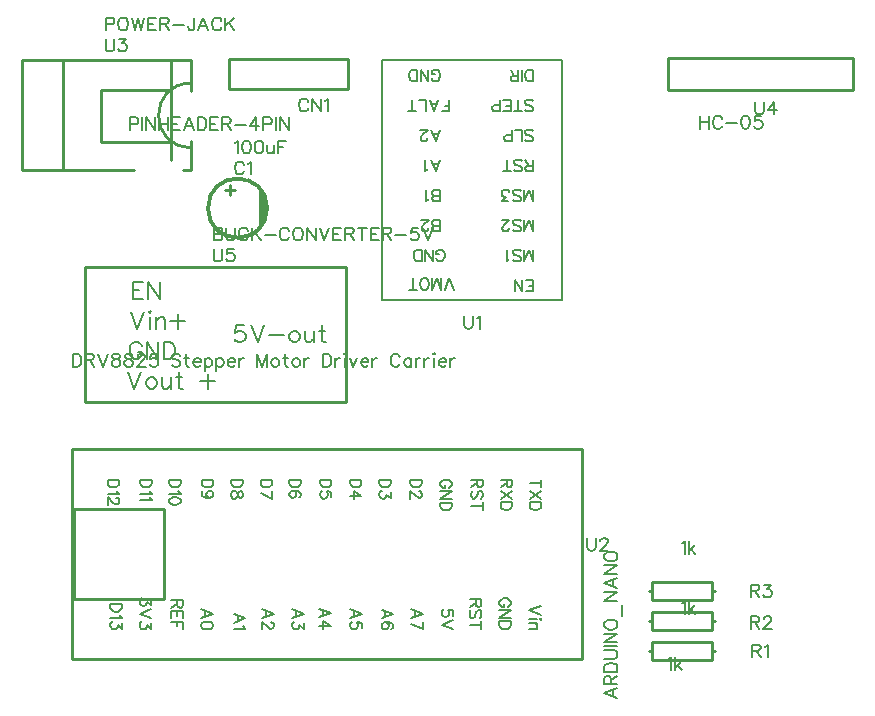
<source format=gto>
G04 Layer: TopSilkscreenLayer*
G04 EasyEDA v6.5.22, 2023-03-16 00:42:12*
G04 6c7d3366ae2840beb83d5b943752a861,1465fc12622e42b796a721e2995872a7,10*
G04 Gerber Generator version 0.2*
G04 Scale: 100 percent, Rotated: No, Reflected: No *
G04 Dimensions in millimeters *
G04 leading zeros omitted , absolute positions ,4 integer and 5 decimal *
%FSLAX45Y45*%
%MOMM*%

%ADD10C,0.1524*%
%ADD11C,0.2032*%
%ADD12C,0.1270*%
%ADD13C,0.2540*%
%ADD14C,0.3000*%
%ADD15C,0.0141*%

%LPD*%
D10*
X234950Y3117339D02*
G01*
X234950Y3008373D01*
X234950Y3117339D02*
G01*
X271271Y3117339D01*
X287020Y3112259D01*
X297179Y3101845D01*
X302513Y3091431D01*
X307594Y3075683D01*
X307594Y3049775D01*
X302513Y3034281D01*
X297179Y3023867D01*
X287020Y3013453D01*
X271271Y3008373D01*
X234950Y3008373D01*
X341884Y3117339D02*
G01*
X341884Y3008373D01*
X341884Y3117339D02*
G01*
X388620Y3117339D01*
X404368Y3112259D01*
X409447Y3106925D01*
X414781Y3096511D01*
X414781Y3086097D01*
X409447Y3075683D01*
X404368Y3070603D01*
X388620Y3065523D01*
X341884Y3065523D01*
X378460Y3065523D02*
G01*
X414781Y3008373D01*
X449071Y3117339D02*
G01*
X490473Y3008373D01*
X532129Y3117339D02*
G01*
X490473Y3008373D01*
X592328Y3117339D02*
G01*
X576834Y3112259D01*
X571500Y3101845D01*
X571500Y3091431D01*
X576834Y3081017D01*
X587247Y3075683D01*
X608076Y3070603D01*
X623570Y3065523D01*
X633984Y3055109D01*
X639063Y3044695D01*
X639063Y3028947D01*
X633984Y3018533D01*
X628650Y3013453D01*
X613155Y3008373D01*
X592328Y3008373D01*
X576834Y3013453D01*
X571500Y3018533D01*
X566420Y3028947D01*
X566420Y3044695D01*
X571500Y3055109D01*
X581913Y3065523D01*
X597662Y3070603D01*
X618489Y3075683D01*
X628650Y3081017D01*
X633984Y3091431D01*
X633984Y3101845D01*
X628650Y3112259D01*
X613155Y3117339D01*
X592328Y3117339D01*
X699515Y3117339D02*
G01*
X683768Y3112259D01*
X678687Y3101845D01*
X678687Y3091431D01*
X683768Y3081017D01*
X694181Y3075683D01*
X715010Y3070603D01*
X730504Y3065523D01*
X740918Y3055109D01*
X746252Y3044695D01*
X746252Y3028947D01*
X740918Y3018533D01*
X735837Y3013453D01*
X720089Y3008373D01*
X699515Y3008373D01*
X683768Y3013453D01*
X678687Y3018533D01*
X673354Y3028947D01*
X673354Y3044695D01*
X678687Y3055109D01*
X689102Y3065523D01*
X704595Y3070603D01*
X725423Y3075683D01*
X735837Y3081017D01*
X740918Y3091431D01*
X740918Y3101845D01*
X735837Y3112259D01*
X720089Y3117339D01*
X699515Y3117339D01*
X785621Y3091431D02*
G01*
X785621Y3096511D01*
X790955Y3106925D01*
X796036Y3112259D01*
X806450Y3117339D01*
X827278Y3117339D01*
X837692Y3112259D01*
X842771Y3106925D01*
X848105Y3096511D01*
X848105Y3086097D01*
X842771Y3075683D01*
X832357Y3060189D01*
X780542Y3008373D01*
X853186Y3008373D01*
X949960Y3117339D02*
G01*
X897889Y3117339D01*
X892810Y3070603D01*
X897889Y3075683D01*
X913384Y3081017D01*
X929131Y3081017D01*
X944626Y3075683D01*
X955039Y3065523D01*
X960120Y3049775D01*
X960120Y3039361D01*
X955039Y3023867D01*
X944626Y3013453D01*
X929131Y3008373D01*
X913384Y3008373D01*
X897889Y3013453D01*
X892810Y3018533D01*
X887476Y3028947D01*
X1147318Y3101845D02*
G01*
X1136904Y3112259D01*
X1121410Y3117339D01*
X1100581Y3117339D01*
X1084834Y3112259D01*
X1074420Y3101845D01*
X1074420Y3091431D01*
X1079754Y3081017D01*
X1084834Y3075683D01*
X1095247Y3070603D01*
X1126489Y3060189D01*
X1136904Y3055109D01*
X1141984Y3049775D01*
X1147318Y3039361D01*
X1147318Y3023867D01*
X1136904Y3013453D01*
X1121410Y3008373D01*
X1100581Y3008373D01*
X1084834Y3013453D01*
X1074420Y3023867D01*
X1197102Y3117339D02*
G01*
X1197102Y3028947D01*
X1202436Y3013453D01*
X1212850Y3008373D01*
X1223010Y3008373D01*
X1181607Y3081017D02*
G01*
X1217929Y3081017D01*
X1257300Y3049775D02*
G01*
X1319784Y3049775D01*
X1319784Y3060189D01*
X1314450Y3070603D01*
X1309370Y3075683D01*
X1298955Y3081017D01*
X1283462Y3081017D01*
X1273047Y3075683D01*
X1262634Y3065523D01*
X1257300Y3049775D01*
X1257300Y3039361D01*
X1262634Y3023867D01*
X1273047Y3013453D01*
X1283462Y3008373D01*
X1298955Y3008373D01*
X1309370Y3013453D01*
X1319784Y3023867D01*
X1354073Y3081017D02*
G01*
X1354073Y2971797D01*
X1354073Y3065523D02*
G01*
X1364487Y3075683D01*
X1374902Y3081017D01*
X1390395Y3081017D01*
X1400810Y3075683D01*
X1411223Y3065523D01*
X1416304Y3049775D01*
X1416304Y3039361D01*
X1411223Y3023867D01*
X1400810Y3013453D01*
X1390395Y3008373D01*
X1374902Y3008373D01*
X1364487Y3013453D01*
X1354073Y3023867D01*
X1450594Y3081017D02*
G01*
X1450594Y2971797D01*
X1450594Y3065523D02*
G01*
X1461007Y3075683D01*
X1471421Y3081017D01*
X1487170Y3081017D01*
X1497329Y3075683D01*
X1507744Y3065523D01*
X1513078Y3049775D01*
X1513078Y3039361D01*
X1507744Y3023867D01*
X1497329Y3013453D01*
X1487170Y3008373D01*
X1471421Y3008373D01*
X1461007Y3013453D01*
X1450594Y3023867D01*
X1547368Y3049775D02*
G01*
X1609597Y3049775D01*
X1609597Y3060189D01*
X1604518Y3070603D01*
X1599184Y3075683D01*
X1588770Y3081017D01*
X1573276Y3081017D01*
X1562862Y3075683D01*
X1552447Y3065523D01*
X1547368Y3049775D01*
X1547368Y3039361D01*
X1552447Y3023867D01*
X1562862Y3013453D01*
X1573276Y3008373D01*
X1588770Y3008373D01*
X1599184Y3013453D01*
X1609597Y3023867D01*
X1643887Y3081017D02*
G01*
X1643887Y3008373D01*
X1643887Y3049775D02*
G01*
X1649221Y3065523D01*
X1659636Y3075683D01*
X1670050Y3081017D01*
X1685544Y3081017D01*
X1799844Y3117339D02*
G01*
X1799844Y3008373D01*
X1799844Y3117339D02*
G01*
X1841500Y3008373D01*
X1882902Y3117339D02*
G01*
X1841500Y3008373D01*
X1882902Y3117339D02*
G01*
X1882902Y3008373D01*
X1943100Y3081017D02*
G01*
X1932940Y3075683D01*
X1922526Y3065523D01*
X1917192Y3049775D01*
X1917192Y3039361D01*
X1922526Y3023867D01*
X1932940Y3013453D01*
X1943100Y3008373D01*
X1958847Y3008373D01*
X1969261Y3013453D01*
X1979675Y3023867D01*
X1984756Y3039361D01*
X1984756Y3049775D01*
X1979675Y3065523D01*
X1969261Y3075683D01*
X1958847Y3081017D01*
X1943100Y3081017D01*
X2034540Y3117339D02*
G01*
X2034540Y3028947D01*
X2039874Y3013453D01*
X2050288Y3008373D01*
X2060702Y3008373D01*
X2019045Y3081017D02*
G01*
X2055368Y3081017D01*
X2120900Y3081017D02*
G01*
X2110486Y3075683D01*
X2100072Y3065523D01*
X2094991Y3049775D01*
X2094991Y3039361D01*
X2100072Y3023867D01*
X2110486Y3013453D01*
X2120900Y3008373D01*
X2136393Y3008373D01*
X2146808Y3013453D01*
X2157222Y3023867D01*
X2162556Y3039361D01*
X2162556Y3049775D01*
X2157222Y3065523D01*
X2146808Y3075683D01*
X2136393Y3081017D01*
X2120900Y3081017D01*
X2196845Y3081017D02*
G01*
X2196845Y3008373D01*
X2196845Y3049775D02*
G01*
X2201925Y3065523D01*
X2212340Y3075683D01*
X2222754Y3081017D01*
X2238247Y3081017D01*
X2352547Y3117339D02*
G01*
X2352547Y3008373D01*
X2352547Y3117339D02*
G01*
X2388870Y3117339D01*
X2404618Y3112259D01*
X2415031Y3101845D01*
X2420111Y3091431D01*
X2425445Y3075683D01*
X2425445Y3049775D01*
X2420111Y3034281D01*
X2415031Y3023867D01*
X2404618Y3013453D01*
X2388870Y3008373D01*
X2352547Y3008373D01*
X2459736Y3081017D02*
G01*
X2459736Y3008373D01*
X2459736Y3049775D02*
G01*
X2464815Y3065523D01*
X2475229Y3075683D01*
X2485643Y3081017D01*
X2501138Y3081017D01*
X2535427Y3117339D02*
G01*
X2540761Y3112259D01*
X2545841Y3117339D01*
X2540761Y3122673D01*
X2535427Y3117339D01*
X2540761Y3081017D02*
G01*
X2540761Y3008373D01*
X2580131Y3081017D02*
G01*
X2611374Y3008373D01*
X2642615Y3081017D02*
G01*
X2611374Y3008373D01*
X2676906Y3049775D02*
G01*
X2739136Y3049775D01*
X2739136Y3060189D01*
X2734056Y3070603D01*
X2728722Y3075683D01*
X2718308Y3081017D01*
X2702813Y3081017D01*
X2692400Y3075683D01*
X2681986Y3065523D01*
X2676906Y3049775D01*
X2676906Y3039361D01*
X2681986Y3023867D01*
X2692400Y3013453D01*
X2702813Y3008373D01*
X2718308Y3008373D01*
X2728722Y3013453D01*
X2739136Y3023867D01*
X2773425Y3081017D02*
G01*
X2773425Y3008373D01*
X2773425Y3049775D02*
G01*
X2778759Y3065523D01*
X2788920Y3075683D01*
X2799334Y3081017D01*
X2815081Y3081017D01*
X3007359Y3091431D02*
G01*
X3002025Y3101845D01*
X2991611Y3112259D01*
X2981197Y3117339D01*
X2960370Y3117339D01*
X2950209Y3112259D01*
X2939795Y3101845D01*
X2934461Y3091431D01*
X2929381Y3075683D01*
X2929381Y3049775D01*
X2934461Y3034281D01*
X2939795Y3023867D01*
X2950209Y3013453D01*
X2960370Y3008373D01*
X2981197Y3008373D01*
X2991611Y3013453D01*
X3002025Y3023867D01*
X3007359Y3034281D01*
X3103879Y3081017D02*
G01*
X3103879Y3008373D01*
X3103879Y3065523D02*
G01*
X3093465Y3075683D01*
X3083052Y3081017D01*
X3067558Y3081017D01*
X3057143Y3075683D01*
X3046729Y3065523D01*
X3041650Y3049775D01*
X3041650Y3039361D01*
X3046729Y3023867D01*
X3057143Y3013453D01*
X3067558Y3008373D01*
X3083052Y3008373D01*
X3093465Y3013453D01*
X3103879Y3023867D01*
X3138170Y3081017D02*
G01*
X3138170Y3008373D01*
X3138170Y3049775D02*
G01*
X3143250Y3065523D01*
X3153663Y3075683D01*
X3164077Y3081017D01*
X3179825Y3081017D01*
X3214115Y3081017D02*
G01*
X3214115Y3008373D01*
X3214115Y3049775D02*
G01*
X3219195Y3065523D01*
X3229609Y3075683D01*
X3240024Y3081017D01*
X3255518Y3081017D01*
X3289808Y3117339D02*
G01*
X3295141Y3112259D01*
X3300222Y3117339D01*
X3295141Y3122673D01*
X3289808Y3117339D01*
X3295141Y3081017D02*
G01*
X3295141Y3008373D01*
X3334511Y3049775D02*
G01*
X3396995Y3049775D01*
X3396995Y3060189D01*
X3391661Y3070603D01*
X3386581Y3075683D01*
X3376168Y3081017D01*
X3360420Y3081017D01*
X3350259Y3075683D01*
X3339845Y3065523D01*
X3334511Y3049775D01*
X3334511Y3039361D01*
X3339845Y3023867D01*
X3350259Y3013453D01*
X3360420Y3008373D01*
X3376168Y3008373D01*
X3386581Y3013453D01*
X3396995Y3023867D01*
X3431286Y3081017D02*
G01*
X3431286Y3008373D01*
X3431286Y3049775D02*
G01*
X3436365Y3065523D01*
X3446779Y3075683D01*
X3457193Y3081017D01*
X3472688Y3081017D01*
X3548888Y3436365D02*
G01*
X3548888Y3358387D01*
X3553968Y3342894D01*
X3564381Y3332479D01*
X3580129Y3327400D01*
X3590543Y3327400D01*
X3606038Y3332479D01*
X3616452Y3342894D01*
X3621531Y3358387D01*
X3621531Y3436365D01*
X3655822Y3415537D02*
G01*
X3666236Y3420871D01*
X3681984Y3436365D01*
X3681984Y3327400D01*
D11*
X4133088Y3900678D02*
G01*
X4133088Y3997705D01*
X4133088Y3900678D02*
G01*
X4096258Y3997705D01*
X4059174Y3900678D02*
G01*
X4096258Y3997705D01*
X4059174Y3900678D02*
G01*
X4059174Y3997705D01*
X3964177Y3914394D02*
G01*
X3973322Y3905250D01*
X3987038Y3900678D01*
X4005579Y3900678D01*
X4019550Y3905250D01*
X4028693Y3914394D01*
X4028693Y3923792D01*
X4024122Y3932936D01*
X4019550Y3937507D01*
X4010152Y3942079D01*
X3982465Y3951478D01*
X3973322Y3956050D01*
X3968750Y3960621D01*
X3964177Y3970020D01*
X3964177Y3983736D01*
X3973322Y3992879D01*
X3987038Y3997705D01*
X4005579Y3997705D01*
X4019550Y3992879D01*
X4028693Y3983736D01*
X3933697Y3919220D02*
G01*
X3924300Y3914394D01*
X3910584Y3900678D01*
X3910584Y3997705D01*
X4133088Y4154678D02*
G01*
X4133088Y4251705D01*
X4133088Y4154678D02*
G01*
X4096258Y4251705D01*
X4059174Y4154678D02*
G01*
X4096258Y4251705D01*
X4059174Y4154678D02*
G01*
X4059174Y4251705D01*
X3964177Y4168394D02*
G01*
X3973322Y4159250D01*
X3987038Y4154678D01*
X4005579Y4154678D01*
X4019550Y4159250D01*
X4028693Y4168394D01*
X4028693Y4177792D01*
X4024122Y4186936D01*
X4019550Y4191507D01*
X4010152Y4196079D01*
X3982465Y4205478D01*
X3973322Y4210050D01*
X3968750Y4214621D01*
X3964177Y4224020D01*
X3964177Y4237736D01*
X3973322Y4246879D01*
X3987038Y4251705D01*
X4005579Y4251705D01*
X4019550Y4246879D01*
X4028693Y4237736D01*
X3928872Y4177792D02*
G01*
X3928872Y4173220D01*
X3924300Y4163821D01*
X3919727Y4159250D01*
X3910584Y4154678D01*
X3892041Y4154678D01*
X3882897Y4159250D01*
X3878072Y4163821D01*
X3873500Y4173220D01*
X3873500Y4182363D01*
X3878072Y4191507D01*
X3887470Y4205478D01*
X3933697Y4251705D01*
X3868927Y4251705D01*
X4133088Y4408678D02*
G01*
X4133088Y4505705D01*
X4133088Y4408678D02*
G01*
X4096258Y4505705D01*
X4059174Y4408678D02*
G01*
X4096258Y4505705D01*
X4059174Y4408678D02*
G01*
X4059174Y4505705D01*
X3964177Y4422394D02*
G01*
X3973322Y4413250D01*
X3987038Y4408678D01*
X4005579Y4408678D01*
X4019550Y4413250D01*
X4028693Y4422394D01*
X4028693Y4431792D01*
X4024122Y4440936D01*
X4019550Y4445507D01*
X4010152Y4450079D01*
X3982465Y4459478D01*
X3973322Y4464050D01*
X3968750Y4468621D01*
X3964177Y4478020D01*
X3964177Y4491736D01*
X3973322Y4500879D01*
X3987038Y4505705D01*
X4005579Y4505705D01*
X4019550Y4500879D01*
X4028693Y4491736D01*
X3924300Y4408678D02*
G01*
X3873500Y4408678D01*
X3901186Y4445507D01*
X3887470Y4445507D01*
X3878072Y4450079D01*
X3873500Y4454905D01*
X3868927Y4468621D01*
X3868927Y4478020D01*
X3873500Y4491736D01*
X3882897Y4500879D01*
X3896613Y4505705D01*
X3910584Y4505705D01*
X3924300Y4500879D01*
X3928872Y4496307D01*
X3933697Y4487163D01*
X4068318Y5184394D02*
G01*
X4077715Y5175250D01*
X4091431Y5170678D01*
X4109974Y5170678D01*
X4123943Y5175250D01*
X4133088Y5184394D01*
X4133088Y5193792D01*
X4128515Y5202936D01*
X4123943Y5207507D01*
X4114545Y5212079D01*
X4086859Y5221478D01*
X4077715Y5226050D01*
X4073143Y5230621D01*
X4068318Y5240020D01*
X4068318Y5253736D01*
X4077715Y5262879D01*
X4091431Y5267705D01*
X4109974Y5267705D01*
X4123943Y5262879D01*
X4133088Y5253736D01*
X4005579Y5170678D02*
G01*
X4005579Y5267705D01*
X4037838Y5170678D02*
G01*
X3973322Y5170678D01*
X3942841Y5170678D02*
G01*
X3942841Y5267705D01*
X3942841Y5170678D02*
G01*
X3882897Y5170678D01*
X3942841Y5216905D02*
G01*
X3905758Y5216905D01*
X3942841Y5267705D02*
G01*
X3882897Y5267705D01*
X3852418Y5170678D02*
G01*
X3852418Y5267705D01*
X3852418Y5170678D02*
G01*
X3810761Y5170678D01*
X3796791Y5175250D01*
X3792220Y5179821D01*
X3787647Y5189220D01*
X3787647Y5202936D01*
X3792220Y5212079D01*
X3796791Y5216905D01*
X3810761Y5221478D01*
X3852418Y5221478D01*
X4133088Y5424678D02*
G01*
X4133088Y5521705D01*
X4133088Y5424678D02*
G01*
X4100829Y5424678D01*
X4086859Y5429250D01*
X4077715Y5438394D01*
X4073143Y5447792D01*
X4068318Y5461507D01*
X4068318Y5484621D01*
X4073143Y5498592D01*
X4077715Y5507736D01*
X4086859Y5516879D01*
X4100829Y5521705D01*
X4133088Y5521705D01*
X4037838Y5424678D02*
G01*
X4037838Y5521705D01*
X4007358Y5424678D02*
G01*
X4007358Y5521705D01*
X4007358Y5424678D02*
G01*
X3965956Y5424678D01*
X3951986Y5429250D01*
X3947413Y5433821D01*
X3942841Y5443220D01*
X3942841Y5452363D01*
X3947413Y5461507D01*
X3951986Y5466079D01*
X3965956Y5470905D01*
X4007358Y5470905D01*
X3975100Y5470905D02*
G01*
X3942841Y5521705D01*
X3276345Y5447792D02*
G01*
X3280918Y5438394D01*
X3290315Y5429250D01*
X3299459Y5424678D01*
X3318002Y5424678D01*
X3327145Y5429250D01*
X3336543Y5438394D01*
X3341115Y5447792D01*
X3345688Y5461507D01*
X3345688Y5484621D01*
X3341115Y5498592D01*
X3336543Y5507736D01*
X3327145Y5516879D01*
X3318002Y5521705D01*
X3299459Y5521705D01*
X3290315Y5516879D01*
X3280918Y5507736D01*
X3276345Y5498592D01*
X3276345Y5484621D01*
X3299459Y5484621D02*
G01*
X3276345Y5484621D01*
X3245865Y5424678D02*
G01*
X3245865Y5521705D01*
X3245865Y5424678D02*
G01*
X3181350Y5521705D01*
X3181350Y5424678D02*
G01*
X3181350Y5521705D01*
X3150870Y5424678D02*
G01*
X3150870Y5521705D01*
X3150870Y5424678D02*
G01*
X3118358Y5424678D01*
X3104641Y5429250D01*
X3095497Y5438394D01*
X3090672Y5447792D01*
X3086100Y5461507D01*
X3086100Y5484621D01*
X3090672Y5498592D01*
X3095497Y5507736D01*
X3104641Y5516879D01*
X3118358Y5521705D01*
X3150870Y5521705D01*
X3421888Y5170678D02*
G01*
X3421888Y5267705D01*
X3421888Y5170678D02*
G01*
X3361943Y5170678D01*
X3421888Y5216905D02*
G01*
X3385058Y5216905D01*
X3294379Y5170678D02*
G01*
X3331463Y5267705D01*
X3294379Y5170678D02*
G01*
X3257550Y5267705D01*
X3317493Y5235194D02*
G01*
X3271265Y5235194D01*
X3227070Y5170678D02*
G01*
X3227070Y5267705D01*
X3227070Y5267705D02*
G01*
X3171697Y5267705D01*
X3108706Y5170678D02*
G01*
X3108706Y5267705D01*
X3141218Y5170678D02*
G01*
X3076447Y5170678D01*
X3308858Y4916678D02*
G01*
X3345688Y5013705D01*
X3308858Y4916678D02*
G01*
X3271774Y5013705D01*
X3331718Y4981194D02*
G01*
X3285743Y4981194D01*
X3236722Y4939792D02*
G01*
X3236722Y4935220D01*
X3232150Y4925821D01*
X3227577Y4921250D01*
X3218179Y4916678D01*
X3199638Y4916678D01*
X3190493Y4921250D01*
X3185922Y4925821D01*
X3181350Y4935220D01*
X3181350Y4944363D01*
X3185922Y4953507D01*
X3195065Y4967478D01*
X3241293Y5013705D01*
X3176777Y5013705D01*
X3308858Y4662678D02*
G01*
X3345688Y4759705D01*
X3308858Y4662678D02*
G01*
X3271774Y4759705D01*
X3331718Y4727194D02*
G01*
X3285743Y4727194D01*
X3241293Y4681220D02*
G01*
X3232150Y4676394D01*
X3218179Y4662678D01*
X3218179Y4759705D01*
X3345688Y4408678D02*
G01*
X3345688Y4505705D01*
X3345688Y4408678D02*
G01*
X3304031Y4408678D01*
X3290315Y4413250D01*
X3285743Y4417821D01*
X3280918Y4427220D01*
X3280918Y4436363D01*
X3285743Y4445507D01*
X3290315Y4450079D01*
X3304031Y4454905D01*
X3345688Y4454905D02*
G01*
X3304031Y4454905D01*
X3290315Y4459478D01*
X3285743Y4464050D01*
X3280918Y4473194D01*
X3280918Y4487163D01*
X3285743Y4496307D01*
X3290315Y4500879D01*
X3304031Y4505705D01*
X3345688Y4505705D01*
X3250438Y4427220D02*
G01*
X3241293Y4422394D01*
X3227577Y4408678D01*
X3227577Y4505705D01*
X3345688Y4154678D02*
G01*
X3345688Y4251705D01*
X3345688Y4154678D02*
G01*
X3304031Y4154678D01*
X3290315Y4159250D01*
X3285743Y4163821D01*
X3280918Y4173220D01*
X3280918Y4182363D01*
X3285743Y4191507D01*
X3290315Y4196079D01*
X3304031Y4200905D01*
X3345688Y4200905D02*
G01*
X3304031Y4200905D01*
X3290315Y4205478D01*
X3285743Y4210050D01*
X3280918Y4219194D01*
X3280918Y4233163D01*
X3285743Y4242307D01*
X3290315Y4246879D01*
X3304031Y4251705D01*
X3345688Y4251705D01*
X3245865Y4177792D02*
G01*
X3245865Y4173220D01*
X3241293Y4163821D01*
X3236722Y4159250D01*
X3227577Y4154678D01*
X3209036Y4154678D01*
X3199638Y4159250D01*
X3195065Y4163821D01*
X3190493Y4173220D01*
X3190493Y4182363D01*
X3195065Y4191507D01*
X3204463Y4205478D01*
X3250438Y4251705D01*
X3185922Y4251705D01*
X3314445Y3923792D02*
G01*
X3319018Y3914394D01*
X3328415Y3905250D01*
X3337559Y3900678D01*
X3356102Y3900678D01*
X3365245Y3905250D01*
X3374643Y3914394D01*
X3379215Y3923792D01*
X3383788Y3937507D01*
X3383788Y3960621D01*
X3379215Y3974592D01*
X3374643Y3983736D01*
X3365245Y3992879D01*
X3356102Y3997705D01*
X3337559Y3997705D01*
X3328415Y3992879D01*
X3319018Y3983736D01*
X3314445Y3974592D01*
X3314445Y3960621D01*
X3337559Y3960621D02*
G01*
X3314445Y3960621D01*
X3283965Y3900678D02*
G01*
X3283965Y3997705D01*
X3283965Y3900678D02*
G01*
X3219450Y3997705D01*
X3219450Y3900678D02*
G01*
X3219450Y3997705D01*
X3188970Y3900678D02*
G01*
X3188970Y3997705D01*
X3188970Y3900678D02*
G01*
X3156458Y3900678D01*
X3142741Y3905250D01*
X3133597Y3914394D01*
X3128772Y3923792D01*
X3124200Y3937507D01*
X3124200Y3960621D01*
X3128772Y3974592D01*
X3133597Y3983736D01*
X3142741Y3992879D01*
X3156458Y3997705D01*
X3188970Y3997705D01*
X3459988Y3659378D02*
G01*
X3423158Y3756405D01*
X3386074Y3659378D02*
G01*
X3423158Y3756405D01*
X3355593Y3659378D02*
G01*
X3355593Y3756405D01*
X3355593Y3659378D02*
G01*
X3318763Y3756405D01*
X3281679Y3659378D02*
G01*
X3318763Y3756405D01*
X3281679Y3659378D02*
G01*
X3281679Y3756405D01*
X3223513Y3659378D02*
G01*
X3232658Y3663950D01*
X3242056Y3673094D01*
X3246627Y3682492D01*
X3251200Y3696207D01*
X3251200Y3719321D01*
X3246627Y3733292D01*
X3242056Y3742436D01*
X3232658Y3751579D01*
X3223513Y3756405D01*
X3204972Y3756405D01*
X3195827Y3751579D01*
X3186684Y3742436D01*
X3181858Y3733292D01*
X3177286Y3719321D01*
X3177286Y3696207D01*
X3181858Y3682492D01*
X3186684Y3673094D01*
X3195827Y3663950D01*
X3204972Y3659378D01*
X3223513Y3659378D01*
X3114547Y3659378D02*
G01*
X3114547Y3756405D01*
X3146806Y3659378D02*
G01*
X3082290Y3659378D01*
X4133088Y3646678D02*
G01*
X4133088Y3743705D01*
X4133088Y3646678D02*
G01*
X4073143Y3646678D01*
X4133088Y3692905D02*
G01*
X4096258Y3692905D01*
X4133088Y3743705D02*
G01*
X4073143Y3743705D01*
X4042663Y3646678D02*
G01*
X4042663Y3743705D01*
X4042663Y3646678D02*
G01*
X3977893Y3743705D01*
X3977893Y3646678D02*
G01*
X3977893Y3743705D01*
X4133088Y4662678D02*
G01*
X4133088Y4759705D01*
X4133088Y4662678D02*
G01*
X4091431Y4662678D01*
X4077715Y4667250D01*
X4073143Y4671821D01*
X4068318Y4681220D01*
X4068318Y4690363D01*
X4073143Y4699507D01*
X4077715Y4704079D01*
X4091431Y4708905D01*
X4133088Y4708905D01*
X4100829Y4708905D02*
G01*
X4068318Y4759705D01*
X3973322Y4676394D02*
G01*
X3982465Y4667250D01*
X3996436Y4662678D01*
X4014977Y4662678D01*
X4028693Y4667250D01*
X4037838Y4676394D01*
X4037838Y4685792D01*
X4033265Y4694936D01*
X4028693Y4699507D01*
X4019550Y4704079D01*
X3991863Y4713478D01*
X3982465Y4718050D01*
X3977893Y4722621D01*
X3973322Y4732020D01*
X3973322Y4745736D01*
X3982465Y4754879D01*
X3996436Y4759705D01*
X4014977Y4759705D01*
X4028693Y4754879D01*
X4037838Y4745736D01*
X3910584Y4662678D02*
G01*
X3910584Y4759705D01*
X3942841Y4662678D02*
G01*
X3878072Y4662678D01*
X4068318Y4930394D02*
G01*
X4077715Y4921250D01*
X4091431Y4916678D01*
X4109974Y4916678D01*
X4123943Y4921250D01*
X4133088Y4930394D01*
X4133088Y4939792D01*
X4128515Y4948936D01*
X4123943Y4953507D01*
X4114545Y4958079D01*
X4086859Y4967478D01*
X4077715Y4972050D01*
X4073143Y4976621D01*
X4068318Y4986020D01*
X4068318Y4999736D01*
X4077715Y5008879D01*
X4091431Y5013705D01*
X4109974Y5013705D01*
X4123943Y5008879D01*
X4133088Y4999736D01*
X4037838Y4916678D02*
G01*
X4037838Y5013705D01*
X4037838Y5013705D02*
G01*
X3982465Y5013705D01*
X3951986Y4916678D02*
G01*
X3951986Y5013705D01*
X3951986Y4916678D02*
G01*
X3910584Y4916678D01*
X3896613Y4921250D01*
X3892041Y4925821D01*
X3887470Y4935220D01*
X3887470Y4948936D01*
X3892041Y4958079D01*
X3896613Y4962905D01*
X3910584Y4967478D01*
X3951986Y4967478D01*
D10*
X4737864Y243586D02*
G01*
X4846830Y201929D01*
X4737864Y243586D02*
G01*
X4846830Y284987D01*
X4810508Y217423D02*
G01*
X4810508Y269494D01*
X4737864Y319278D02*
G01*
X4846830Y319278D01*
X4737864Y319278D02*
G01*
X4737864Y366013D01*
X4742944Y381762D01*
X4748278Y386842D01*
X4758692Y392176D01*
X4769106Y392176D01*
X4779520Y386842D01*
X4784600Y381762D01*
X4789680Y366013D01*
X4789680Y319278D01*
X4789680Y355600D02*
G01*
X4846830Y392176D01*
X4737864Y426465D02*
G01*
X4846830Y426465D01*
X4737864Y426465D02*
G01*
X4737864Y462787D01*
X4742944Y478281D01*
X4753358Y488695D01*
X4763772Y494029D01*
X4779520Y499110D01*
X4805428Y499110D01*
X4820922Y494029D01*
X4831336Y488695D01*
X4841750Y478281D01*
X4846830Y462787D01*
X4846830Y426465D01*
X4737864Y533400D02*
G01*
X4815842Y533400D01*
X4831336Y538479D01*
X4841750Y548894D01*
X4846830Y564642D01*
X4846830Y575055D01*
X4841750Y590550D01*
X4831336Y600963D01*
X4815842Y606044D01*
X4737864Y606044D01*
X4737864Y640334D02*
G01*
X4846830Y640334D01*
X4737864Y674623D02*
G01*
X4846830Y674623D01*
X4737864Y674623D02*
G01*
X4846830Y747521D01*
X4737864Y747521D02*
G01*
X4846830Y747521D01*
X4737864Y812800D02*
G01*
X4742944Y802639D01*
X4753358Y792226D01*
X4763772Y786892D01*
X4779520Y781812D01*
X4805428Y781812D01*
X4820922Y786892D01*
X4831336Y792226D01*
X4841750Y802639D01*
X4846830Y812800D01*
X4846830Y833628D01*
X4841750Y844042D01*
X4831336Y854455D01*
X4820922Y859789D01*
X4805428Y864870D01*
X4779520Y864870D01*
X4763772Y859789D01*
X4753358Y854455D01*
X4742944Y844042D01*
X4737864Y833628D01*
X4737864Y812800D01*
X4883406Y899160D02*
G01*
X4883406Y992631D01*
X4737864Y1026921D02*
G01*
X4846830Y1026921D01*
X4737864Y1026921D02*
G01*
X4846830Y1099820D01*
X4737864Y1099820D02*
G01*
X4846830Y1099820D01*
X4737864Y1175512D02*
G01*
X4846830Y1134110D01*
X4737864Y1175512D02*
G01*
X4846830Y1217168D01*
X4810508Y1149604D02*
G01*
X4810508Y1201420D01*
X4737864Y1251457D02*
G01*
X4846830Y1251457D01*
X4737864Y1251457D02*
G01*
X4846830Y1324102D01*
X4737864Y1324102D02*
G01*
X4846830Y1324102D01*
X4737864Y1389634D02*
G01*
X4742944Y1379220D01*
X4753358Y1368805D01*
X4763772Y1363726D01*
X4779520Y1358392D01*
X4805428Y1358392D01*
X4820922Y1363726D01*
X4831336Y1368805D01*
X4841750Y1379220D01*
X4846830Y1389634D01*
X4846830Y1410462D01*
X4841750Y1420876D01*
X4831336Y1431289D01*
X4820922Y1436370D01*
X4805428Y1441450D01*
X4779520Y1441450D01*
X4763772Y1436370D01*
X4753358Y1431289D01*
X4742944Y1420876D01*
X4737864Y1410462D01*
X4737864Y1389634D01*
X4590288Y1556765D02*
G01*
X4590288Y1478787D01*
X4595368Y1463294D01*
X4605781Y1452879D01*
X4621529Y1447800D01*
X4631943Y1447800D01*
X4647438Y1452879D01*
X4657852Y1463294D01*
X4662931Y1478787D01*
X4662931Y1556765D01*
X4702556Y1530857D02*
G01*
X4702556Y1535937D01*
X4707636Y1546352D01*
X4712970Y1551686D01*
X4723384Y1556765D01*
X4743958Y1556765D01*
X4754372Y1551686D01*
X4759706Y1546352D01*
X4764786Y1535937D01*
X4764786Y1525523D01*
X4759706Y1515110D01*
X4749291Y1499615D01*
X4697222Y1447800D01*
X4770120Y1447800D01*
D11*
X4201162Y2018797D02*
G01*
X4104134Y2018797D01*
X4201162Y2051055D02*
G01*
X4201162Y1986285D01*
X4201162Y1955805D02*
G01*
X4104134Y1891289D01*
X4201162Y1891289D02*
G01*
X4104134Y1955805D01*
X4201162Y1860809D02*
G01*
X4104134Y1860809D01*
X4201162Y1860809D02*
G01*
X4201162Y1828551D01*
X4196590Y1814581D01*
X4187446Y1805437D01*
X4178048Y1800865D01*
X4164332Y1796039D01*
X4141218Y1796039D01*
X4127248Y1800865D01*
X4118104Y1805437D01*
X4108960Y1814581D01*
X4104134Y1828551D01*
X4104134Y1860809D01*
X3922524Y975611D02*
G01*
X3931922Y980183D01*
X3941066Y989581D01*
X3945638Y998725D01*
X3945638Y1017267D01*
X3941066Y1026411D01*
X3931922Y1035809D01*
X3922524Y1040381D01*
X3908808Y1044953D01*
X3885694Y1044953D01*
X3871724Y1040381D01*
X3862580Y1035809D01*
X3853436Y1026411D01*
X3848610Y1017267D01*
X3848610Y998725D01*
X3853436Y989581D01*
X3862580Y980183D01*
X3871724Y975611D01*
X3885694Y975611D01*
X3885694Y998725D02*
G01*
X3885694Y975611D01*
X3945638Y945131D02*
G01*
X3848610Y945131D01*
X3945638Y945131D02*
G01*
X3848610Y880615D01*
X3945638Y880615D02*
G01*
X3848610Y880615D01*
X3945638Y850135D02*
G01*
X3848610Y850135D01*
X3945638Y850135D02*
G01*
X3945638Y817623D01*
X3941066Y803907D01*
X3931922Y794763D01*
X3922524Y789937D01*
X3908808Y785365D01*
X3885694Y785365D01*
X3871724Y789937D01*
X3862580Y794763D01*
X3853436Y803907D01*
X3848610Y817623D01*
X3848610Y850135D01*
X3456180Y898898D02*
G01*
X3456180Y945126D01*
X3414778Y949698D01*
X3419350Y945126D01*
X3423922Y931156D01*
X3423922Y917440D01*
X3419350Y903470D01*
X3409952Y894326D01*
X3396236Y889500D01*
X3386838Y889500D01*
X3373122Y894326D01*
X3363978Y903470D01*
X3359152Y917440D01*
X3359152Y931156D01*
X3363978Y945126D01*
X3368550Y949698D01*
X3377694Y954270D01*
X3456180Y859020D02*
G01*
X3359152Y822190D01*
X3456180Y785360D02*
G01*
X3359152Y822190D01*
X628398Y2051044D02*
G01*
X531370Y2051044D01*
X628398Y2051044D02*
G01*
X628398Y2018786D01*
X623826Y2004816D01*
X614682Y1995672D01*
X605284Y1991100D01*
X591568Y1986274D01*
X568454Y1986274D01*
X554484Y1991100D01*
X545340Y1995672D01*
X536196Y2004816D01*
X531370Y2018786D01*
X531370Y2051044D01*
X609856Y1955794D02*
G01*
X614682Y1946650D01*
X628398Y1932934D01*
X531370Y1932934D01*
X605284Y1897628D02*
G01*
X609856Y1897628D01*
X619254Y1893056D01*
X623826Y1888484D01*
X628398Y1879340D01*
X628398Y1860798D01*
X623826Y1851654D01*
X619254Y1846828D01*
X609856Y1842256D01*
X600712Y1842256D01*
X591568Y1846828D01*
X577598Y1856226D01*
X531370Y1902454D01*
X531370Y1837684D01*
X4199633Y980180D02*
G01*
X4102605Y943350D01*
X4199633Y906266D02*
G01*
X4102605Y943350D01*
X4199633Y875786D02*
G01*
X4195061Y871214D01*
X4199633Y866642D01*
X4204205Y871214D01*
X4199633Y875786D01*
X4167375Y871214D02*
G01*
X4102605Y871214D01*
X4167375Y836162D02*
G01*
X4102605Y836162D01*
X4148833Y836162D02*
G01*
X4162803Y822192D01*
X4167375Y813048D01*
X4167375Y799078D01*
X4162803Y789934D01*
X4148833Y785362D01*
X4102605Y785362D01*
X652020Y998722D02*
G01*
X554992Y998722D01*
X652020Y998722D02*
G01*
X652020Y966464D01*
X647448Y952494D01*
X638304Y943350D01*
X628906Y938778D01*
X615190Y933952D01*
X592076Y933952D01*
X578106Y938778D01*
X568962Y943350D01*
X559818Y952494D01*
X554992Y966464D01*
X554992Y998722D01*
X633478Y903472D02*
G01*
X638304Y894328D01*
X652020Y880612D01*
X554992Y880612D01*
X652020Y840734D02*
G01*
X652020Y789934D01*
X615190Y817620D01*
X615190Y803904D01*
X610618Y794506D01*
X605792Y789934D01*
X592076Y785362D01*
X582678Y785362D01*
X568962Y789934D01*
X559818Y799332D01*
X554992Y813048D01*
X554992Y827018D01*
X559818Y840734D01*
X564390Y845306D01*
X573534Y850132D01*
X3423414Y1981702D02*
G01*
X3432812Y1986274D01*
X3441956Y1995672D01*
X3446528Y2004816D01*
X3446528Y2023358D01*
X3441956Y2032502D01*
X3432812Y2041900D01*
X3423414Y2046472D01*
X3409698Y2051044D01*
X3386584Y2051044D01*
X3372614Y2046472D01*
X3363470Y2041900D01*
X3354326Y2032502D01*
X3349500Y2023358D01*
X3349500Y2004816D01*
X3354326Y1995672D01*
X3363470Y1986274D01*
X3372614Y1981702D01*
X3386584Y1981702D01*
X3386584Y2004816D02*
G01*
X3386584Y1981702D01*
X3446528Y1951222D02*
G01*
X3349500Y1951222D01*
X3446528Y1951222D02*
G01*
X3349500Y1886706D01*
X3446528Y1886706D02*
G01*
X3349500Y1886706D01*
X3446528Y1856226D02*
G01*
X3349500Y1856226D01*
X3446528Y1856226D02*
G01*
X3446528Y1823714D01*
X3441956Y1809998D01*
X3432812Y1800854D01*
X3423414Y1796028D01*
X3409698Y1791456D01*
X3386584Y1791456D01*
X3372614Y1796028D01*
X3363470Y1800854D01*
X3354326Y1809998D01*
X3349500Y1823714D01*
X3349500Y1856226D01*
X3954782Y2051055D02*
G01*
X3857754Y2051055D01*
X3954782Y2051055D02*
G01*
X3954782Y2009399D01*
X3950210Y1995683D01*
X3945638Y1991111D01*
X3936240Y1986285D01*
X3927096Y1986285D01*
X3917952Y1991111D01*
X3913380Y1995683D01*
X3908554Y2009399D01*
X3908554Y2051055D01*
X3908554Y2018797D02*
G01*
X3857754Y1986285D01*
X3954782Y1955805D02*
G01*
X3857754Y1891289D01*
X3954782Y1891289D02*
G01*
X3857754Y1955805D01*
X3954782Y1860809D02*
G01*
X3857754Y1860809D01*
X3954782Y1860809D02*
G01*
X3954782Y1828551D01*
X3950210Y1814581D01*
X3941066Y1805437D01*
X3931668Y1800865D01*
X3917952Y1796039D01*
X3894838Y1796039D01*
X3880868Y1800865D01*
X3871724Y1805437D01*
X3862580Y1814581D01*
X3857754Y1828551D01*
X3857754Y1860809D01*
X3705354Y2051050D02*
G01*
X3608326Y2051050D01*
X3705354Y2051050D02*
G01*
X3705354Y2009394D01*
X3700782Y1995678D01*
X3696210Y1991105D01*
X3686812Y1986279D01*
X3677668Y1986279D01*
X3668524Y1991105D01*
X3663952Y1995678D01*
X3659126Y2009394D01*
X3659126Y2051050D01*
X3659126Y2018792D02*
G01*
X3608326Y1986279D01*
X3691638Y1891284D02*
G01*
X3700782Y1900428D01*
X3705354Y1914397D01*
X3705354Y1932939D01*
X3700782Y1946655D01*
X3691638Y1955800D01*
X3682240Y1955800D01*
X3673096Y1951228D01*
X3668524Y1946655D01*
X3663952Y1937512D01*
X3654554Y1909826D01*
X3649982Y1900428D01*
X3645410Y1895855D01*
X3636012Y1891284D01*
X3622296Y1891284D01*
X3613152Y1900428D01*
X3608326Y1914397D01*
X3608326Y1932939D01*
X3613152Y1946655D01*
X3622296Y1955800D01*
X3705354Y1828545D02*
G01*
X3608326Y1828545D01*
X3705354Y1860804D02*
G01*
X3705354Y1796034D01*
X3192528Y2051050D02*
G01*
X3095500Y2051050D01*
X3192528Y2051050D02*
G01*
X3192528Y2018792D01*
X3187956Y2004821D01*
X3178812Y1995678D01*
X3169414Y1991105D01*
X3155698Y1986279D01*
X3132584Y1986279D01*
X3118614Y1991105D01*
X3109470Y1995678D01*
X3100326Y2004821D01*
X3095500Y2018792D01*
X3095500Y2051050D01*
X3169414Y1951228D02*
G01*
X3173986Y1951228D01*
X3183384Y1946655D01*
X3187956Y1942084D01*
X3192528Y1932939D01*
X3192528Y1914397D01*
X3187956Y1905000D01*
X3183384Y1900428D01*
X3173986Y1895855D01*
X3164842Y1895855D01*
X3155698Y1900428D01*
X3141728Y1909826D01*
X3095500Y1955800D01*
X3095500Y1891284D01*
X2929130Y2051050D02*
G01*
X2832102Y2051050D01*
X2929130Y2051050D02*
G01*
X2929130Y2018792D01*
X2924558Y2004821D01*
X2915414Y1995678D01*
X2906016Y1991105D01*
X2892300Y1986279D01*
X2869186Y1986279D01*
X2855216Y1991105D01*
X2846072Y1995678D01*
X2836928Y2004821D01*
X2832102Y2018792D01*
X2832102Y2051050D01*
X2929130Y1946655D02*
G01*
X2929130Y1895855D01*
X2892300Y1923542D01*
X2892300Y1909826D01*
X2887728Y1900428D01*
X2882902Y1895855D01*
X2869186Y1891284D01*
X2859788Y1891284D01*
X2846072Y1895855D01*
X2836928Y1905000D01*
X2832102Y1918970D01*
X2832102Y1932939D01*
X2836928Y1946655D01*
X2841500Y1951228D01*
X2850644Y1955800D01*
X2679954Y2051055D02*
G01*
X2582925Y2051055D01*
X2679954Y2051055D02*
G01*
X2679954Y2018797D01*
X2675381Y2004827D01*
X2666238Y1995683D01*
X2656840Y1991111D01*
X2643124Y1986285D01*
X2620009Y1986285D01*
X2606040Y1991111D01*
X2596895Y1995683D01*
X2587752Y2004827D01*
X2582925Y2018797D01*
X2582925Y2051055D01*
X2679954Y1909831D02*
G01*
X2615438Y1955805D01*
X2615438Y1886717D01*
X2679954Y1909831D02*
G01*
X2582925Y1909831D01*
X2426713Y2051044D02*
G01*
X2329685Y2051044D01*
X2426713Y2051044D02*
G01*
X2426713Y2018786D01*
X2422141Y2004816D01*
X2412997Y1995672D01*
X2403599Y1991100D01*
X2389883Y1986274D01*
X2366769Y1986274D01*
X2352799Y1991100D01*
X2343655Y1995672D01*
X2334511Y2004816D01*
X2329685Y2018786D01*
X2329685Y2051044D01*
X2426713Y1900422D02*
G01*
X2426713Y1946650D01*
X2385311Y1951222D01*
X2389883Y1946650D01*
X2394455Y1932934D01*
X2394455Y1918964D01*
X2389883Y1904994D01*
X2380485Y1895850D01*
X2366769Y1891278D01*
X2357371Y1891278D01*
X2343655Y1895850D01*
X2334511Y1904994D01*
X2329685Y1918964D01*
X2329685Y1932934D01*
X2334511Y1946650D01*
X2339083Y1951222D01*
X2348227Y1955794D01*
X2165098Y2051055D02*
G01*
X2068070Y2051055D01*
X2165098Y2051055D02*
G01*
X2165098Y2018797D01*
X2160526Y2004827D01*
X2151382Y1995683D01*
X2141984Y1991111D01*
X2128268Y1986285D01*
X2105154Y1986285D01*
X2091184Y1991111D01*
X2082040Y1995683D01*
X2072896Y2004827D01*
X2068070Y2018797D01*
X2068070Y2051055D01*
X2151382Y1900433D02*
G01*
X2160526Y1905005D01*
X2165098Y1918975D01*
X2165098Y1928119D01*
X2160526Y1942089D01*
X2146556Y1951233D01*
X2123696Y1955805D01*
X2100582Y1955805D01*
X2082040Y1951233D01*
X2072896Y1942089D01*
X2068070Y1928119D01*
X2068070Y1923547D01*
X2072896Y1909831D01*
X2082040Y1900433D01*
X2095756Y1895861D01*
X2100582Y1895861D01*
X2114298Y1900433D01*
X2123696Y1909831D01*
X2128268Y1923547D01*
X2128268Y1928119D01*
X2123696Y1942089D01*
X2114298Y1951233D01*
X2100582Y1955805D01*
X1923798Y2051050D02*
G01*
X1826770Y2051050D01*
X1923798Y2051050D02*
G01*
X1923798Y2018792D01*
X1919226Y2004821D01*
X1910082Y1995678D01*
X1900684Y1991105D01*
X1886968Y1986279D01*
X1863854Y1986279D01*
X1849884Y1991105D01*
X1840740Y1995678D01*
X1831596Y2004821D01*
X1826770Y2018792D01*
X1826770Y2051050D01*
X1923798Y1891284D02*
G01*
X1826770Y1937512D01*
X1923798Y1955800D02*
G01*
X1923798Y1891284D01*
X1674878Y2051050D02*
G01*
X1577850Y2051050D01*
X1674878Y2051050D02*
G01*
X1674878Y2018792D01*
X1670306Y2004821D01*
X1661162Y1995678D01*
X1651764Y1991105D01*
X1638048Y1986279D01*
X1614934Y1986279D01*
X1600964Y1991105D01*
X1591820Y1995678D01*
X1582676Y2004821D01*
X1577850Y2018792D01*
X1577850Y2051050D01*
X1674878Y1932939D02*
G01*
X1670306Y1946655D01*
X1661162Y1951228D01*
X1651764Y1951228D01*
X1642620Y1946655D01*
X1638048Y1937512D01*
X1633476Y1918970D01*
X1628650Y1905000D01*
X1619506Y1895855D01*
X1610362Y1891284D01*
X1596392Y1891284D01*
X1587248Y1895855D01*
X1582676Y1900428D01*
X1577850Y1914397D01*
X1577850Y1932939D01*
X1582676Y1946655D01*
X1587248Y1951228D01*
X1596392Y1955800D01*
X1610362Y1955800D01*
X1619506Y1951228D01*
X1628650Y1942084D01*
X1633476Y1928113D01*
X1638048Y1909826D01*
X1642620Y1900428D01*
X1651764Y1895855D01*
X1661162Y1895855D01*
X1670306Y1900428D01*
X1674878Y1914397D01*
X1674878Y1932939D01*
X1425958Y2051052D02*
G01*
X1328930Y2051052D01*
X1425958Y2051052D02*
G01*
X1425958Y2018794D01*
X1421386Y2004824D01*
X1412242Y1995680D01*
X1402844Y1991108D01*
X1389128Y1986282D01*
X1366014Y1986282D01*
X1352044Y1991108D01*
X1342900Y1995680D01*
X1333756Y2004824D01*
X1328930Y2018794D01*
X1328930Y2051052D01*
X1393700Y1895858D02*
G01*
X1379730Y1900430D01*
X1370586Y1909828D01*
X1366014Y1923544D01*
X1366014Y1928116D01*
X1370586Y1942086D01*
X1379730Y1951230D01*
X1393700Y1955802D01*
X1398272Y1955802D01*
X1412242Y1951230D01*
X1421386Y1942086D01*
X1425958Y1928116D01*
X1425958Y1923544D01*
X1421386Y1909828D01*
X1412242Y1900430D01*
X1393700Y1895858D01*
X1370586Y1895858D01*
X1347472Y1900430D01*
X1333756Y1909828D01*
X1328930Y1923544D01*
X1328930Y1932942D01*
X1333756Y1946658D01*
X1342900Y1951230D01*
X1149098Y2051052D02*
G01*
X1052070Y2051052D01*
X1149098Y2051052D02*
G01*
X1149098Y2018794D01*
X1144526Y2004824D01*
X1135382Y1995680D01*
X1125984Y1991108D01*
X1112268Y1986282D01*
X1089154Y1986282D01*
X1075184Y1991108D01*
X1066040Y1995680D01*
X1056896Y2004824D01*
X1052070Y2018794D01*
X1052070Y2051052D01*
X1130556Y1955802D02*
G01*
X1135382Y1946658D01*
X1149098Y1932942D01*
X1052070Y1932942D01*
X1149098Y1874522D02*
G01*
X1144526Y1888492D01*
X1130556Y1897636D01*
X1107696Y1902462D01*
X1093726Y1902462D01*
X1070612Y1897636D01*
X1056896Y1888492D01*
X1052070Y1874522D01*
X1052070Y1865378D01*
X1056896Y1851662D01*
X1070612Y1842264D01*
X1093726Y1837692D01*
X1107696Y1837692D01*
X1130556Y1842264D01*
X1144526Y1851662D01*
X1149098Y1865378D01*
X1149098Y1874522D01*
X905258Y2051050D02*
G01*
X808230Y2051050D01*
X905258Y2051050D02*
G01*
X905258Y2018792D01*
X900686Y2004821D01*
X891542Y1995678D01*
X882144Y1991105D01*
X868428Y1986279D01*
X845314Y1986279D01*
X831344Y1991105D01*
X822200Y1995678D01*
X813056Y2004821D01*
X808230Y2018792D01*
X808230Y2051050D01*
X886716Y1955800D02*
G01*
X891542Y1946655D01*
X905258Y1932939D01*
X808230Y1932939D01*
X886716Y1902460D02*
G01*
X891542Y1893062D01*
X905258Y1879345D01*
X808230Y1879345D01*
X899416Y1040378D02*
G01*
X899416Y989578D01*
X862586Y1017264D01*
X862586Y1003294D01*
X858014Y994150D01*
X853188Y989578D01*
X839472Y984752D01*
X830074Y984752D01*
X816358Y989578D01*
X807214Y998722D01*
X802388Y1012692D01*
X802388Y1026408D01*
X807214Y1040378D01*
X811786Y1044950D01*
X820930Y1049522D01*
X899416Y954272D02*
G01*
X802388Y917442D01*
X899416Y880612D02*
G01*
X802388Y917442D01*
X899416Y840734D02*
G01*
X899416Y789934D01*
X862586Y817620D01*
X862586Y803904D01*
X858014Y794506D01*
X853188Y789934D01*
X839472Y785362D01*
X830074Y785362D01*
X816358Y789934D01*
X807214Y799332D01*
X802388Y813048D01*
X802388Y827018D01*
X807214Y840734D01*
X811786Y845306D01*
X820930Y850132D01*
X1168656Y1030988D02*
G01*
X1071628Y1030988D01*
X1168656Y1030988D02*
G01*
X1168656Y989332D01*
X1164084Y975616D01*
X1159512Y971044D01*
X1150114Y966218D01*
X1140970Y966218D01*
X1131826Y971044D01*
X1127254Y975616D01*
X1122428Y989332D01*
X1122428Y1030988D01*
X1122428Y998730D02*
G01*
X1071628Y966218D01*
X1168656Y935738D02*
G01*
X1071628Y935738D01*
X1168656Y935738D02*
G01*
X1168656Y875794D01*
X1122428Y935738D02*
G01*
X1122428Y898908D01*
X1071628Y935738D02*
G01*
X1071628Y875794D01*
X1168656Y845314D02*
G01*
X1071628Y845314D01*
X1168656Y845314D02*
G01*
X1168656Y785370D01*
X1122428Y845314D02*
G01*
X1122428Y808484D01*
X1420878Y917440D02*
G01*
X1323850Y954270D01*
X1420878Y917440D02*
G01*
X1323850Y880356D01*
X1356362Y940300D02*
G01*
X1356362Y894326D01*
X1420878Y822190D02*
G01*
X1416306Y836160D01*
X1402336Y845304D01*
X1379476Y849876D01*
X1365506Y849876D01*
X1342392Y845304D01*
X1328676Y836160D01*
X1323850Y822190D01*
X1323850Y813046D01*
X1328676Y799076D01*
X1342392Y789932D01*
X1365506Y785360D01*
X1379476Y785360D01*
X1402336Y789932D01*
X1416306Y799076D01*
X1420878Y813046D01*
X1420878Y822190D01*
X1696976Y876040D02*
G01*
X1599948Y912870D01*
X1696976Y876040D02*
G01*
X1599948Y838956D01*
X1632460Y898900D02*
G01*
X1632460Y852926D01*
X1678434Y808476D02*
G01*
X1683260Y799332D01*
X1696976Y785362D01*
X1599948Y785362D01*
X1935736Y917445D02*
G01*
X1838708Y954275D01*
X1935736Y917445D02*
G01*
X1838708Y880361D01*
X1871220Y940305D02*
G01*
X1871220Y894331D01*
X1912622Y845309D02*
G01*
X1917194Y845309D01*
X1926592Y840737D01*
X1931164Y836165D01*
X1935736Y826767D01*
X1935736Y808225D01*
X1931164Y799081D01*
X1926592Y794509D01*
X1917194Y789937D01*
X1908050Y789937D01*
X1898906Y794509D01*
X1884936Y803653D01*
X1838708Y849881D01*
X1838708Y785365D01*
X2191260Y917442D02*
G01*
X2094232Y954272D01*
X2191260Y917442D02*
G01*
X2094232Y880358D01*
X2126744Y940302D02*
G01*
X2126744Y894328D01*
X2191260Y840734D02*
G01*
X2191260Y789934D01*
X2154430Y817620D01*
X2154430Y803650D01*
X2149858Y794506D01*
X2145032Y789934D01*
X2131316Y785362D01*
X2121918Y785362D01*
X2108202Y789934D01*
X2099058Y799078D01*
X2094232Y813048D01*
X2094232Y826764D01*
X2099058Y840734D01*
X2103630Y845306D01*
X2112774Y849878D01*
X2418590Y922020D02*
G01*
X2321562Y958850D01*
X2418590Y922020D02*
G01*
X2321562Y884936D01*
X2354074Y944879D02*
G01*
X2354074Y898905D01*
X2418590Y808228D02*
G01*
X2354074Y854455D01*
X2354074Y785113D01*
X2418590Y808228D02*
G01*
X2321562Y808228D01*
X2682496Y917442D02*
G01*
X2585468Y954272D01*
X2682496Y917442D02*
G01*
X2585468Y880358D01*
X2617980Y940302D02*
G01*
X2617980Y894328D01*
X2682496Y794506D02*
G01*
X2682496Y840734D01*
X2641094Y845306D01*
X2645666Y840734D01*
X2650238Y826764D01*
X2650238Y813048D01*
X2645666Y799078D01*
X2636268Y789934D01*
X2622552Y785362D01*
X2613154Y785362D01*
X2599438Y789934D01*
X2590294Y799078D01*
X2585468Y813048D01*
X2585468Y826764D01*
X2590294Y840734D01*
X2594866Y845306D01*
X2604010Y849878D01*
X2948180Y912868D02*
G01*
X2851152Y949698D01*
X2948180Y912868D02*
G01*
X2851152Y875784D01*
X2883664Y935728D02*
G01*
X2883664Y889754D01*
X2934464Y789932D02*
G01*
X2943608Y794504D01*
X2948180Y808474D01*
X2948180Y817618D01*
X2943608Y831588D01*
X2929638Y840732D01*
X2906778Y845304D01*
X2883664Y845304D01*
X2865122Y840732D01*
X2855978Y831588D01*
X2851152Y817618D01*
X2851152Y813046D01*
X2855978Y799076D01*
X2865122Y789932D01*
X2878838Y785360D01*
X2883664Y785360D01*
X2897380Y789932D01*
X2906778Y799076D01*
X2911350Y813046D01*
X2911350Y817618D01*
X2906778Y831588D01*
X2897380Y840732D01*
X2883664Y845304D01*
X3200656Y917450D02*
G01*
X3103628Y954280D01*
X3200656Y917450D02*
G01*
X3103628Y880366D01*
X3136140Y940310D02*
G01*
X3136140Y894336D01*
X3200656Y785370D02*
G01*
X3103628Y831344D01*
X3200656Y849886D02*
G01*
X3200656Y785370D01*
X3694940Y1040386D02*
G01*
X3597912Y1040386D01*
X3694940Y1040386D02*
G01*
X3694940Y998730D01*
X3690368Y985014D01*
X3685796Y980442D01*
X3676398Y975616D01*
X3667254Y975616D01*
X3658110Y980442D01*
X3653538Y985014D01*
X3648712Y998730D01*
X3648712Y1040386D01*
X3648712Y1008128D02*
G01*
X3597912Y975616D01*
X3681224Y880620D02*
G01*
X3690368Y889764D01*
X3694940Y903734D01*
X3694940Y922276D01*
X3690368Y935992D01*
X3681224Y945136D01*
X3671826Y945136D01*
X3662682Y940564D01*
X3658110Y935992D01*
X3653538Y926848D01*
X3644140Y899162D01*
X3639568Y889764D01*
X3634996Y885192D01*
X3625598Y880620D01*
X3611882Y880620D01*
X3602738Y889764D01*
X3597912Y903734D01*
X3597912Y922276D01*
X3602738Y935992D01*
X3611882Y945136D01*
X3694940Y817882D02*
G01*
X3597912Y817882D01*
X3694940Y850140D02*
G01*
X3694940Y785370D01*
D10*
X513587Y5963665D02*
G01*
X513587Y5854700D01*
X513587Y5963665D02*
G01*
X560323Y5963665D01*
X575818Y5958586D01*
X581152Y5953252D01*
X586231Y5942837D01*
X586231Y5927344D01*
X581152Y5916929D01*
X575818Y5911850D01*
X560323Y5906515D01*
X513587Y5906515D01*
X651763Y5963665D02*
G01*
X641350Y5958586D01*
X630936Y5948171D01*
X625855Y5937757D01*
X620521Y5922010D01*
X620521Y5896102D01*
X625855Y5880607D01*
X630936Y5870194D01*
X641350Y5859779D01*
X651763Y5854700D01*
X672592Y5854700D01*
X683005Y5859779D01*
X693420Y5870194D01*
X698500Y5880607D01*
X703834Y5896102D01*
X703834Y5922010D01*
X698500Y5937757D01*
X693420Y5948171D01*
X683005Y5958586D01*
X672592Y5963665D01*
X651763Y5963665D01*
X738123Y5963665D02*
G01*
X764031Y5854700D01*
X789939Y5963665D02*
G01*
X764031Y5854700D01*
X789939Y5963665D02*
G01*
X815847Y5854700D01*
X842010Y5963665D02*
G01*
X815847Y5854700D01*
X876300Y5963665D02*
G01*
X876300Y5854700D01*
X876300Y5963665D02*
G01*
X943863Y5963665D01*
X876300Y5911850D02*
G01*
X917702Y5911850D01*
X876300Y5854700D02*
G01*
X943863Y5854700D01*
X978154Y5963665D02*
G01*
X978154Y5854700D01*
X978154Y5963665D02*
G01*
X1024889Y5963665D01*
X1040384Y5958586D01*
X1045718Y5953252D01*
X1050797Y5942837D01*
X1050797Y5932423D01*
X1045718Y5922010D01*
X1040384Y5916929D01*
X1024889Y5911850D01*
X978154Y5911850D01*
X1014476Y5911850D02*
G01*
X1050797Y5854700D01*
X1085087Y5901436D02*
G01*
X1178560Y5901436D01*
X1264920Y5963665D02*
G01*
X1264920Y5880607D01*
X1259586Y5864860D01*
X1254505Y5859779D01*
X1244092Y5854700D01*
X1233678Y5854700D01*
X1223263Y5859779D01*
X1218184Y5864860D01*
X1212850Y5880607D01*
X1212850Y5891021D01*
X1340612Y5963665D02*
G01*
X1299210Y5854700D01*
X1340612Y5963665D02*
G01*
X1382268Y5854700D01*
X1314704Y5891021D02*
G01*
X1366773Y5891021D01*
X1494536Y5937757D02*
G01*
X1489202Y5948171D01*
X1478787Y5958586D01*
X1468628Y5963665D01*
X1447800Y5963665D01*
X1437386Y5958586D01*
X1426971Y5948171D01*
X1421637Y5937757D01*
X1416557Y5922010D01*
X1416557Y5896102D01*
X1421637Y5880607D01*
X1426971Y5870194D01*
X1437386Y5859779D01*
X1447800Y5854700D01*
X1468628Y5854700D01*
X1478787Y5859779D01*
X1489202Y5870194D01*
X1494536Y5880607D01*
X1528826Y5963665D02*
G01*
X1528826Y5854700D01*
X1601470Y5963665D02*
G01*
X1528826Y5891021D01*
X1554734Y5916929D02*
G01*
X1601470Y5854700D01*
X513587Y5785865D02*
G01*
X513587Y5707887D01*
X518668Y5692394D01*
X529081Y5681979D01*
X544829Y5676900D01*
X555244Y5676900D01*
X570737Y5681979D01*
X581152Y5692394D01*
X586231Y5707887D01*
X586231Y5785865D01*
X630936Y5785865D02*
G01*
X688086Y5785865D01*
X657097Y5744210D01*
X672592Y5744210D01*
X683005Y5739129D01*
X688086Y5734050D01*
X693420Y5718302D01*
X693420Y5707887D01*
X688086Y5692394D01*
X677671Y5681979D01*
X662178Y5676900D01*
X646684Y5676900D01*
X630936Y5681979D01*
X625855Y5687060D01*
X620521Y5697473D01*
X718314Y5118100D02*
G01*
X718314Y5009134D01*
X718314Y5118100D02*
G01*
X765050Y5118100D01*
X780544Y5113020D01*
X785878Y5107686D01*
X790958Y5097271D01*
X790958Y5081778D01*
X785878Y5071363D01*
X780544Y5066284D01*
X765050Y5060950D01*
X718314Y5060950D01*
X825248Y5118100D02*
G01*
X825248Y5009134D01*
X859538Y5118100D02*
G01*
X859538Y5009134D01*
X859538Y5118100D02*
G01*
X932436Y5009134D01*
X932436Y5118100D02*
G01*
X932436Y5009134D01*
X966726Y5118100D02*
G01*
X966726Y5009134D01*
X1039370Y5118100D02*
G01*
X1039370Y5009134D01*
X966726Y5066284D02*
G01*
X1039370Y5066284D01*
X1073660Y5118100D02*
G01*
X1073660Y5009134D01*
X1073660Y5118100D02*
G01*
X1141224Y5118100D01*
X1073660Y5066284D02*
G01*
X1115316Y5066284D01*
X1073660Y5009134D02*
G01*
X1141224Y5009134D01*
X1217170Y5118100D02*
G01*
X1175514Y5009134D01*
X1217170Y5118100D02*
G01*
X1258572Y5009134D01*
X1191008Y5045455D02*
G01*
X1243078Y5045455D01*
X1292862Y5118100D02*
G01*
X1292862Y5009134D01*
X1292862Y5118100D02*
G01*
X1329184Y5118100D01*
X1344932Y5113020D01*
X1355346Y5102605D01*
X1360426Y5092192D01*
X1365760Y5076444D01*
X1365760Y5050536D01*
X1360426Y5035042D01*
X1355346Y5024628D01*
X1344932Y5014213D01*
X1329184Y5009134D01*
X1292862Y5009134D01*
X1400050Y5118100D02*
G01*
X1400050Y5009134D01*
X1400050Y5118100D02*
G01*
X1467614Y5118100D01*
X1400050Y5066284D02*
G01*
X1441452Y5066284D01*
X1400050Y5009134D02*
G01*
X1467614Y5009134D01*
X1501904Y5118100D02*
G01*
X1501904Y5009134D01*
X1501904Y5118100D02*
G01*
X1548640Y5118100D01*
X1564134Y5113020D01*
X1569214Y5107686D01*
X1574548Y5097271D01*
X1574548Y5086857D01*
X1569214Y5076444D01*
X1564134Y5071363D01*
X1548640Y5066284D01*
X1501904Y5066284D01*
X1538226Y5066284D02*
G01*
X1574548Y5009134D01*
X1608838Y5055870D02*
G01*
X1702310Y5055870D01*
X1788670Y5118100D02*
G01*
X1736600Y5045455D01*
X1814578Y5045455D01*
X1788670Y5118100D02*
G01*
X1788670Y5009134D01*
X1848868Y5118100D02*
G01*
X1848868Y5009134D01*
X1848868Y5118100D02*
G01*
X1895604Y5118100D01*
X1911098Y5113020D01*
X1916432Y5107686D01*
X1921512Y5097271D01*
X1921512Y5081778D01*
X1916432Y5071363D01*
X1911098Y5066284D01*
X1895604Y5060950D01*
X1848868Y5060950D01*
X1955802Y5118100D02*
G01*
X1955802Y5009134D01*
X1990092Y5118100D02*
G01*
X1990092Y5009134D01*
X1990092Y5118100D02*
G01*
X2062990Y5009134D01*
X2062990Y5118100D02*
G01*
X2062990Y5009134D01*
X2229865Y5251957D02*
G01*
X2224531Y5262371D01*
X2214118Y5272786D01*
X2203958Y5277865D01*
X2183129Y5277865D01*
X2172715Y5272786D01*
X2162302Y5262371D01*
X2156968Y5251957D01*
X2151888Y5236210D01*
X2151888Y5210302D01*
X2156968Y5194807D01*
X2162302Y5184394D01*
X2172715Y5173979D01*
X2183129Y5168900D01*
X2203958Y5168900D01*
X2214118Y5173979D01*
X2224531Y5184394D01*
X2229865Y5194807D01*
X2264156Y5277865D02*
G01*
X2264156Y5168900D01*
X2264156Y5277865D02*
G01*
X2336800Y5168900D01*
X2336800Y5277865D02*
G01*
X2336800Y5168900D01*
X2371090Y5257037D02*
G01*
X2381504Y5262371D01*
X2396997Y5277865D01*
X2396997Y5168900D01*
X5549386Y5130800D02*
G01*
X5549386Y5021834D01*
X5622030Y5130800D02*
G01*
X5622030Y5021834D01*
X5549386Y5078984D02*
G01*
X5622030Y5078984D01*
X5734298Y5104892D02*
G01*
X5729218Y5115305D01*
X5718804Y5125720D01*
X5708390Y5130800D01*
X5687562Y5130800D01*
X5677148Y5125720D01*
X5666734Y5115305D01*
X5661654Y5104892D01*
X5656320Y5089144D01*
X5656320Y5063236D01*
X5661654Y5047742D01*
X5666734Y5037328D01*
X5677148Y5026913D01*
X5687562Y5021834D01*
X5708390Y5021834D01*
X5718804Y5026913D01*
X5729218Y5037328D01*
X5734298Y5047742D01*
X5768588Y5068570D02*
G01*
X5862060Y5068570D01*
X5927592Y5130800D02*
G01*
X5912098Y5125720D01*
X5901684Y5109971D01*
X5896350Y5084063D01*
X5896350Y5068570D01*
X5901684Y5042407D01*
X5912098Y5026913D01*
X5927592Y5021834D01*
X5938006Y5021834D01*
X5953500Y5026913D01*
X5963914Y5042407D01*
X5969248Y5068570D01*
X5969248Y5084063D01*
X5963914Y5109971D01*
X5953500Y5125720D01*
X5938006Y5130800D01*
X5927592Y5130800D01*
X6065768Y5130800D02*
G01*
X6013952Y5130800D01*
X6008618Y5084063D01*
X6013952Y5089144D01*
X6029446Y5094478D01*
X6044940Y5094478D01*
X6060688Y5089144D01*
X6071102Y5078984D01*
X6076182Y5063236D01*
X6076182Y5052821D01*
X6071102Y5037328D01*
X6060688Y5026913D01*
X6044940Y5021834D01*
X6029446Y5021834D01*
X6013952Y5026913D01*
X6008618Y5031994D01*
X6003538Y5042407D01*
X6012688Y5252465D02*
G01*
X6012688Y5174487D01*
X6017768Y5158994D01*
X6028181Y5148579D01*
X6043929Y5143500D01*
X6054343Y5143500D01*
X6069838Y5148579D01*
X6080252Y5158994D01*
X6085331Y5174487D01*
X6085331Y5252465D01*
X6171691Y5252465D02*
G01*
X6119622Y5179821D01*
X6197600Y5179821D01*
X6171691Y5252465D02*
G01*
X6171691Y5143500D01*
X1427987Y4185665D02*
G01*
X1427987Y4076700D01*
X1427987Y4185665D02*
G01*
X1474723Y4185665D01*
X1490218Y4180586D01*
X1495552Y4175252D01*
X1500631Y4164837D01*
X1500631Y4154423D01*
X1495552Y4144010D01*
X1490218Y4138929D01*
X1474723Y4133850D01*
X1427987Y4133850D02*
G01*
X1474723Y4133850D01*
X1490218Y4128515D01*
X1495552Y4123436D01*
X1500631Y4113021D01*
X1500631Y4097273D01*
X1495552Y4086860D01*
X1490218Y4081779D01*
X1474723Y4076700D01*
X1427987Y4076700D01*
X1534921Y4185665D02*
G01*
X1534921Y4107687D01*
X1540255Y4092194D01*
X1550670Y4081779D01*
X1566163Y4076700D01*
X1576578Y4076700D01*
X1592071Y4081779D01*
X1602486Y4092194D01*
X1607820Y4107687D01*
X1607820Y4185665D01*
X1720087Y4159757D02*
G01*
X1714754Y4170171D01*
X1704339Y4180586D01*
X1693926Y4185665D01*
X1673097Y4185665D01*
X1662937Y4180586D01*
X1652523Y4170171D01*
X1647189Y4159757D01*
X1642110Y4144010D01*
X1642110Y4118102D01*
X1647189Y4102607D01*
X1652523Y4092194D01*
X1662937Y4081779D01*
X1673097Y4076700D01*
X1693926Y4076700D01*
X1704339Y4081779D01*
X1714754Y4092194D01*
X1720087Y4102607D01*
X1754378Y4185665D02*
G01*
X1754378Y4076700D01*
X1827021Y4185665D02*
G01*
X1754378Y4113021D01*
X1780286Y4138929D02*
G01*
X1827021Y4076700D01*
X1861312Y4123436D02*
G01*
X1954784Y4123436D01*
X2067052Y4159757D02*
G01*
X2061718Y4170171D01*
X2051558Y4180586D01*
X2041143Y4185665D01*
X2020315Y4185665D01*
X2009902Y4180586D01*
X1999488Y4170171D01*
X1994408Y4159757D01*
X1989074Y4144010D01*
X1989074Y4118102D01*
X1994408Y4102607D01*
X1999488Y4092194D01*
X2009902Y4081779D01*
X2020315Y4076700D01*
X2041143Y4076700D01*
X2051558Y4081779D01*
X2061718Y4092194D01*
X2067052Y4102607D01*
X2132584Y4185665D02*
G01*
X2122170Y4180586D01*
X2111756Y4170171D01*
X2106422Y4159757D01*
X2101341Y4144010D01*
X2101341Y4118102D01*
X2106422Y4102607D01*
X2111756Y4092194D01*
X2122170Y4081779D01*
X2132584Y4076700D01*
X2153158Y4076700D01*
X2163572Y4081779D01*
X2173986Y4092194D01*
X2179320Y4102607D01*
X2184400Y4118102D01*
X2184400Y4144010D01*
X2179320Y4159757D01*
X2173986Y4170171D01*
X2163572Y4180586D01*
X2153158Y4185665D01*
X2132584Y4185665D01*
X2218690Y4185665D02*
G01*
X2218690Y4076700D01*
X2218690Y4185665D02*
G01*
X2291588Y4076700D01*
X2291588Y4185665D02*
G01*
X2291588Y4076700D01*
X2325877Y4185665D02*
G01*
X2367279Y4076700D01*
X2408936Y4185665D02*
G01*
X2367279Y4076700D01*
X2443225Y4185665D02*
G01*
X2443225Y4076700D01*
X2443225Y4185665D02*
G01*
X2510790Y4185665D01*
X2443225Y4133850D02*
G01*
X2484627Y4133850D01*
X2443225Y4076700D02*
G01*
X2510790Y4076700D01*
X2545079Y4185665D02*
G01*
X2545079Y4076700D01*
X2545079Y4185665D02*
G01*
X2591815Y4185665D01*
X2607309Y4180586D01*
X2612643Y4175252D01*
X2617724Y4164837D01*
X2617724Y4154423D01*
X2612643Y4144010D01*
X2607309Y4138929D01*
X2591815Y4133850D01*
X2545079Y4133850D01*
X2581402Y4133850D02*
G01*
X2617724Y4076700D01*
X2688336Y4185665D02*
G01*
X2688336Y4076700D01*
X2652013Y4185665D02*
G01*
X2724658Y4185665D01*
X2758947Y4185665D02*
G01*
X2758947Y4076700D01*
X2758947Y4185665D02*
G01*
X2826511Y4185665D01*
X2758947Y4133850D02*
G01*
X2800604Y4133850D01*
X2758947Y4076700D02*
G01*
X2826511Y4076700D01*
X2860802Y4185665D02*
G01*
X2860802Y4076700D01*
X2860802Y4185665D02*
G01*
X2907538Y4185665D01*
X2923286Y4180586D01*
X2928365Y4175252D01*
X2933700Y4164837D01*
X2933700Y4154423D01*
X2928365Y4144010D01*
X2923286Y4138929D01*
X2907538Y4133850D01*
X2860802Y4133850D01*
X2897377Y4133850D02*
G01*
X2933700Y4076700D01*
X2967990Y4123436D02*
G01*
X3061461Y4123436D01*
X3157981Y4185665D02*
G01*
X3106165Y4185665D01*
X3100831Y4138929D01*
X3106165Y4144010D01*
X3121659Y4149344D01*
X3137408Y4149344D01*
X3152902Y4144010D01*
X3163315Y4133850D01*
X3168395Y4118102D01*
X3168395Y4107687D01*
X3163315Y4092194D01*
X3152902Y4081779D01*
X3137408Y4076700D01*
X3121659Y4076700D01*
X3106165Y4081779D01*
X3100831Y4086860D01*
X3095752Y4097273D01*
X3202686Y4185665D02*
G01*
X3244341Y4076700D01*
X3285997Y4185665D02*
G01*
X3244341Y4076700D01*
X1427987Y4007865D02*
G01*
X1427987Y3929887D01*
X1433068Y3914394D01*
X1443481Y3903979D01*
X1459229Y3898900D01*
X1469644Y3898900D01*
X1485137Y3903979D01*
X1495552Y3914394D01*
X1500631Y3929887D01*
X1500631Y4007865D01*
X1597405Y4007865D02*
G01*
X1545336Y4007865D01*
X1540255Y3961129D01*
X1545336Y3966210D01*
X1561084Y3971544D01*
X1576578Y3971544D01*
X1592071Y3966210D01*
X1602486Y3956050D01*
X1607820Y3940302D01*
X1607820Y3929887D01*
X1602486Y3914394D01*
X1592071Y3903979D01*
X1576578Y3898900D01*
X1561084Y3898900D01*
X1545336Y3903979D01*
X1540255Y3909060D01*
X1534921Y3919473D01*
D11*
X742187Y3726434D02*
G01*
X742187Y3583178D01*
X742187Y3726434D02*
G01*
X830834Y3726434D01*
X742187Y3658107D02*
G01*
X796797Y3658107D01*
X742187Y3583178D02*
G01*
X830834Y3583178D01*
X875792Y3726434D02*
G01*
X875792Y3583178D01*
X875792Y3726434D02*
G01*
X971295Y3583178D01*
X971295Y3726434D02*
G01*
X971295Y3583178D01*
X729487Y3472434D02*
G01*
X784097Y3329178D01*
X838454Y3472434D02*
G01*
X784097Y3329178D01*
X883665Y3472434D02*
G01*
X890523Y3465576D01*
X897128Y3472434D01*
X890523Y3479292D01*
X883665Y3472434D01*
X890523Y3424681D02*
G01*
X890523Y3329178D01*
X942339Y3424681D02*
G01*
X942339Y3329178D01*
X942339Y3397504D02*
G01*
X962660Y3417823D01*
X976376Y3424681D01*
X996695Y3424681D01*
X1010412Y3417823D01*
X1017270Y3397504D01*
X1017270Y3329178D01*
X1123695Y3451860D02*
G01*
X1123695Y3329178D01*
X1062228Y3390645D02*
G01*
X1184910Y3390645D01*
X819150Y3184397D02*
G01*
X812292Y3197860D01*
X798576Y3211576D01*
X784860Y3218434D01*
X757681Y3218434D01*
X743965Y3211576D01*
X730504Y3197860D01*
X723645Y3184397D01*
X716787Y3163823D01*
X716787Y3129787D01*
X723645Y3109213D01*
X730504Y3095752D01*
X743965Y3082036D01*
X757681Y3075178D01*
X784860Y3075178D01*
X798576Y3082036D01*
X812292Y3095752D01*
X819150Y3109213D01*
X819150Y3129787D01*
X784860Y3129787D02*
G01*
X819150Y3129787D01*
X864107Y3218434D02*
G01*
X864107Y3075178D01*
X864107Y3218434D02*
G01*
X959612Y3075178D01*
X959612Y3218434D02*
G01*
X959612Y3075178D01*
X1004570Y3218434D02*
G01*
X1004570Y3075178D01*
X1004570Y3218434D02*
G01*
X1052321Y3218434D01*
X1072642Y3211576D01*
X1086357Y3197860D01*
X1093215Y3184397D01*
X1100073Y3163823D01*
X1100073Y3129787D01*
X1093215Y3109213D01*
X1086357Y3095752D01*
X1072642Y3082036D01*
X1052321Y3075178D01*
X1004570Y3075178D01*
X704087Y2964434D02*
G01*
X758697Y2821178D01*
X813054Y2964434D02*
G01*
X758697Y2821178D01*
X892302Y2916681D02*
G01*
X878586Y2909823D01*
X865123Y2896107D01*
X858265Y2875787D01*
X858265Y2862071D01*
X865123Y2841752D01*
X878586Y2828036D01*
X892302Y2821178D01*
X912621Y2821178D01*
X926337Y2828036D01*
X940054Y2841752D01*
X946912Y2862071D01*
X946912Y2875787D01*
X940054Y2896107D01*
X926337Y2909823D01*
X912621Y2916681D01*
X892302Y2916681D01*
X991870Y2916681D02*
G01*
X991870Y2848610D01*
X998728Y2828036D01*
X1012189Y2821178D01*
X1032763Y2821178D01*
X1046479Y2828036D01*
X1066800Y2848610D01*
X1066800Y2916681D02*
G01*
X1066800Y2821178D01*
X1132331Y2964434D02*
G01*
X1132331Y2848610D01*
X1139189Y2828036D01*
X1152652Y2821178D01*
X1166368Y2821178D01*
X1111757Y2916681D02*
G01*
X1159510Y2916681D01*
X1377695Y2943860D02*
G01*
X1377695Y2821178D01*
X1316481Y2882645D02*
G01*
X1439163Y2882645D01*
X1687576Y3358134D02*
G01*
X1619504Y3358134D01*
X1612645Y3296665D01*
X1619504Y3303523D01*
X1639823Y3310381D01*
X1660397Y3310381D01*
X1680718Y3303523D01*
X1694434Y3289807D01*
X1701292Y3269487D01*
X1701292Y3255771D01*
X1694434Y3235452D01*
X1680718Y3221736D01*
X1660397Y3214878D01*
X1639823Y3214878D01*
X1619504Y3221736D01*
X1612645Y3228594D01*
X1605787Y3242310D01*
X1746250Y3358134D02*
G01*
X1800860Y3214878D01*
X1855215Y3358134D02*
G01*
X1800860Y3214878D01*
X1900428Y3276345D02*
G01*
X2023109Y3276345D01*
X2102104Y3310381D02*
G01*
X2088388Y3303523D01*
X2074925Y3289807D01*
X2068068Y3269487D01*
X2068068Y3255771D01*
X2074925Y3235452D01*
X2088388Y3221736D01*
X2102104Y3214878D01*
X2122677Y3214878D01*
X2136140Y3221736D01*
X2149856Y3235452D01*
X2156713Y3255771D01*
X2156713Y3269487D01*
X2149856Y3289807D01*
X2136140Y3303523D01*
X2122677Y3310381D01*
X2102104Y3310381D01*
X2201672Y3310381D02*
G01*
X2201672Y3242310D01*
X2208529Y3221736D01*
X2222245Y3214878D01*
X2242565Y3214878D01*
X2256281Y3221736D01*
X2276602Y3242310D01*
X2276602Y3310381D02*
G01*
X2276602Y3214878D01*
X2342134Y3358134D02*
G01*
X2342134Y3242310D01*
X2348991Y3221736D01*
X2362708Y3214878D01*
X2376170Y3214878D01*
X2321813Y3310381D02*
G01*
X2369311Y3310381D01*
D10*
X1608952Y4901417D02*
G01*
X1619366Y4906751D01*
X1634860Y4922245D01*
X1634860Y4813279D01*
X1700392Y4922245D02*
G01*
X1684898Y4917165D01*
X1674484Y4901417D01*
X1669150Y4875509D01*
X1669150Y4860015D01*
X1674484Y4833853D01*
X1684898Y4818359D01*
X1700392Y4813279D01*
X1710806Y4813279D01*
X1726300Y4818359D01*
X1736714Y4833853D01*
X1742048Y4860015D01*
X1742048Y4875509D01*
X1736714Y4901417D01*
X1726300Y4917165D01*
X1710806Y4922245D01*
X1700392Y4922245D01*
X1807326Y4922245D02*
G01*
X1791832Y4917165D01*
X1781418Y4901417D01*
X1776338Y4875509D01*
X1776338Y4860015D01*
X1781418Y4833853D01*
X1791832Y4818359D01*
X1807326Y4813279D01*
X1817740Y4813279D01*
X1833488Y4818359D01*
X1843902Y4833853D01*
X1848982Y4860015D01*
X1848982Y4875509D01*
X1843902Y4901417D01*
X1833488Y4917165D01*
X1817740Y4922245D01*
X1807326Y4922245D01*
X1883272Y4885923D02*
G01*
X1883272Y4833853D01*
X1888352Y4818359D01*
X1898766Y4813279D01*
X1914514Y4813279D01*
X1924928Y4818359D01*
X1940422Y4833853D01*
X1940422Y4885923D02*
G01*
X1940422Y4813279D01*
X1974712Y4922245D02*
G01*
X1974712Y4813279D01*
X1974712Y4922245D02*
G01*
X2042276Y4922245D01*
X1974712Y4870429D02*
G01*
X2016368Y4870429D01*
X1686930Y4718537D02*
G01*
X1681596Y4728951D01*
X1671182Y4739365D01*
X1661022Y4744445D01*
X1640194Y4744445D01*
X1629780Y4739365D01*
X1619366Y4728951D01*
X1614032Y4718537D01*
X1608952Y4702789D01*
X1608952Y4676881D01*
X1614032Y4661387D01*
X1619366Y4650973D01*
X1629780Y4640559D01*
X1640194Y4635479D01*
X1661022Y4635479D01*
X1671182Y4640559D01*
X1681596Y4650973D01*
X1686930Y4661387D01*
X1721220Y4723617D02*
G01*
X1731634Y4728951D01*
X1747128Y4744445D01*
X1747128Y4635479D01*
X5390388Y1002537D02*
G01*
X5400802Y1007871D01*
X5416295Y1023365D01*
X5416295Y914400D01*
X5450586Y1023365D02*
G01*
X5450586Y914400D01*
X5502656Y987044D02*
G01*
X5450586Y934973D01*
X5471413Y955802D02*
G01*
X5507736Y914400D01*
X5987288Y655065D02*
G01*
X5987288Y546100D01*
X5987288Y655065D02*
G01*
X6034024Y655065D01*
X6049518Y649986D01*
X6054852Y644652D01*
X6059931Y634237D01*
X6059931Y623823D01*
X6054852Y613410D01*
X6049518Y608329D01*
X6034024Y603250D01*
X5987288Y603250D01*
X6023609Y603250D02*
G01*
X6059931Y546100D01*
X6094222Y634237D02*
G01*
X6104636Y639571D01*
X6120384Y655065D01*
X6120384Y546100D01*
X5273037Y525271D02*
G01*
X5283451Y530605D01*
X5298945Y546100D01*
X5298945Y437134D01*
X5333235Y546100D02*
G01*
X5333235Y437134D01*
X5385305Y509778D02*
G01*
X5333235Y457707D01*
X5354063Y478536D02*
G01*
X5390385Y437134D01*
X5974588Y896365D02*
G01*
X5974588Y787400D01*
X5974588Y896365D02*
G01*
X6021324Y896365D01*
X6036818Y891286D01*
X6042152Y885952D01*
X6047231Y875537D01*
X6047231Y865123D01*
X6042152Y854710D01*
X6036818Y849629D01*
X6021324Y844550D01*
X5974588Y844550D01*
X6010909Y844550D02*
G01*
X6047231Y787400D01*
X6086856Y870457D02*
G01*
X6086856Y875537D01*
X6091936Y885952D01*
X6097270Y891286D01*
X6107684Y896365D01*
X6128258Y896365D01*
X6138672Y891286D01*
X6144006Y885952D01*
X6149086Y875537D01*
X6149086Y865123D01*
X6144006Y854710D01*
X6133591Y839215D01*
X6081522Y787400D01*
X6154420Y787400D01*
X5390388Y1510537D02*
G01*
X5400802Y1515871D01*
X5416295Y1531365D01*
X5416295Y1422400D01*
X5450586Y1531365D02*
G01*
X5450586Y1422400D01*
X5502656Y1495044D02*
G01*
X5450586Y1442973D01*
X5471413Y1463802D02*
G01*
X5507736Y1422400D01*
X5974588Y1163065D02*
G01*
X5974588Y1054100D01*
X5974588Y1163065D02*
G01*
X6021324Y1163065D01*
X6036818Y1157986D01*
X6042152Y1152652D01*
X6047231Y1142237D01*
X6047231Y1131823D01*
X6042152Y1121410D01*
X6036818Y1116329D01*
X6021324Y1111250D01*
X5974588Y1111250D01*
X6010909Y1111250D02*
G01*
X6047231Y1054100D01*
X6091936Y1163065D02*
G01*
X6149086Y1163065D01*
X6118097Y1121410D01*
X6133591Y1121410D01*
X6144006Y1116329D01*
X6149086Y1111250D01*
X6154420Y1095502D01*
X6154420Y1085087D01*
X6149086Y1069594D01*
X6138672Y1059179D01*
X6123177Y1054100D01*
X6107684Y1054100D01*
X6091936Y1059179D01*
X6086856Y1064260D01*
X6081522Y1074673D01*
G36*
X1810562Y4514850D02*
G01*
X1810562Y4184650D01*
X1820164Y4194403D01*
X1829155Y4204665D01*
X1837537Y4215485D01*
X1845259Y4226763D01*
X1852269Y4238498D01*
X1858568Y4250639D01*
X1864106Y4263136D01*
X1868932Y4275886D01*
X1872945Y4288993D01*
X1876196Y4302252D01*
X1878634Y4315714D01*
X1880260Y4329277D01*
X1881073Y4342892D01*
X1881073Y4356557D01*
X1880260Y4370222D01*
X1878634Y4383786D01*
X1876196Y4397248D01*
X1872945Y4410506D01*
X1868932Y4423562D01*
X1864106Y4436364D01*
X1858568Y4448860D01*
X1852269Y4461002D01*
X1845259Y4472736D01*
X1837537Y4484014D01*
X1829155Y4494834D01*
X1820164Y4505096D01*
G37*
D12*
X2850388Y5607050D02*
G01*
X4374388Y5607050D01*
X4374388Y3575050D01*
X2850388Y3575050D01*
X2850388Y5607050D01*
D13*
X227584Y2312670D02*
G01*
X227584Y534670D01*
X227584Y534670D02*
G01*
X4545584Y534670D01*
X4545584Y534670D02*
G01*
X4545584Y2312670D01*
X4545584Y2312670D02*
G01*
X227584Y2312670D01*
X1007618Y1804415D02*
G01*
X245618Y1804415D01*
X245618Y1042415D01*
X1007618Y1042415D01*
X1007618Y1804415D01*
X150492Y5600837D02*
G01*
X150492Y4675837D01*
X1068501Y5345838D02*
G01*
X1068501Y5600837D01*
X514179Y4910838D02*
G01*
X1068501Y4910838D01*
X514179Y5345838D02*
G01*
X1068501Y5345838D01*
X1068501Y5345838D02*
G01*
X1068501Y4761415D01*
X1234178Y5345838D02*
G01*
X1234178Y5338234D01*
X1234178Y5470834D02*
G01*
X1234178Y5345838D01*
X514179Y5345838D02*
G01*
X479181Y5345838D01*
X479181Y4910838D01*
X514179Y4910838D01*
X1166522Y4675837D02*
G01*
X1234178Y4675837D01*
X1234178Y4918514D01*
X1234178Y5470834D02*
G01*
X1234178Y5600837D01*
X-190820Y5600837D01*
X-190820Y4675837D01*
X751908Y4675837D01*
X2564028Y5355031D02*
G01*
X1559026Y5355031D01*
X1559026Y5610021D01*
X2564028Y5610021D01*
X2564028Y5355031D01*
X6838188Y5353050D02*
G01*
X5276088Y5353050D01*
X5276088Y5619750D01*
X6838188Y5619750D01*
X6838188Y5353050D01*
X335787Y3854450D02*
G01*
X2548763Y3854450D01*
X2548763Y2711450D01*
X335787Y2711450D01*
X335787Y3854450D01*
X1565760Y4544367D02*
G01*
X1565760Y4464367D01*
X1525760Y4504367D02*
G01*
X1605760Y4504367D01*
X5136388Y603250D02*
G01*
X5110988Y603250D01*
X5644388Y603250D02*
G01*
X5669788Y603250D01*
X5136388Y603250D02*
G01*
X5136388Y679450D01*
X5136388Y527050D02*
G01*
X5136388Y603250D01*
X5644388Y527050D02*
G01*
X5136388Y527050D01*
X5644388Y603250D02*
G01*
X5644388Y527050D01*
X5644388Y679450D02*
G01*
X5644388Y603250D01*
X5136388Y679450D02*
G01*
X5644388Y679450D01*
X5644388Y857250D02*
G01*
X5669788Y857250D01*
X5136388Y857250D02*
G01*
X5110988Y857250D01*
X5644388Y857250D02*
G01*
X5644388Y781050D01*
X5644388Y933450D02*
G01*
X5644388Y857250D01*
X5136388Y933450D02*
G01*
X5644388Y933450D01*
X5136388Y857250D02*
G01*
X5136388Y933450D01*
X5136388Y781050D02*
G01*
X5136388Y857250D01*
X5644388Y781050D02*
G01*
X5136388Y781050D01*
X5136388Y1111250D02*
G01*
X5110988Y1111250D01*
X5644388Y1111250D02*
G01*
X5669788Y1111250D01*
X5136388Y1111250D02*
G01*
X5136388Y1187450D01*
X5136388Y1035050D02*
G01*
X5136388Y1111250D01*
X5644388Y1035050D02*
G01*
X5136388Y1035050D01*
X5644388Y1111250D02*
G01*
X5644388Y1035050D01*
X5644388Y1187450D02*
G01*
X5644388Y1111250D01*
X5136388Y1187450D02*
G01*
X5644388Y1187450D01*
G75*
G01*
X1234178Y5407233D02*
G03*
X1234186Y4863592I4J-271820D01*
D14*
G75*
G01
X1881200Y4349750D02*
G03X1881200Y4349750I-250012J0D01*
M02*

</source>
